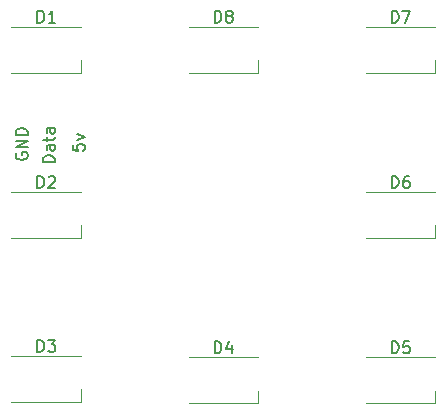
<source format=gbr>
%TF.GenerationSoftware,KiCad,Pcbnew,7.0.9-1.fc39*%
%TF.CreationDate,2023-12-06T14:15:37+00:00*%
%TF.ProjectId,LED PCB V2,4c454420-5043-4422-9056-322e6b696361,rev?*%
%TF.SameCoordinates,Original*%
%TF.FileFunction,Legend,Top*%
%TF.FilePolarity,Positive*%
%FSLAX46Y46*%
G04 Gerber Fmt 4.6, Leading zero omitted, Abs format (unit mm)*
G04 Created by KiCad (PCBNEW 7.0.9-1.fc39) date 2023-12-06 14:15:37*
%MOMM*%
%LPD*%
G01*
G04 APERTURE LIST*
%ADD10C,0.150000*%
%ADD11C,0.120000*%
G04 APERTURE END LIST*
D10*
X100707819Y-54527220D02*
X99707819Y-54527220D01*
X99707819Y-54527220D02*
X99707819Y-54289125D01*
X99707819Y-54289125D02*
X99755438Y-54146268D01*
X99755438Y-54146268D02*
X99850676Y-54051030D01*
X99850676Y-54051030D02*
X99945914Y-54003411D01*
X99945914Y-54003411D02*
X100136390Y-53955792D01*
X100136390Y-53955792D02*
X100279247Y-53955792D01*
X100279247Y-53955792D02*
X100469723Y-54003411D01*
X100469723Y-54003411D02*
X100564961Y-54051030D01*
X100564961Y-54051030D02*
X100660200Y-54146268D01*
X100660200Y-54146268D02*
X100707819Y-54289125D01*
X100707819Y-54289125D02*
X100707819Y-54527220D01*
X100707819Y-53098649D02*
X100184009Y-53098649D01*
X100184009Y-53098649D02*
X100088771Y-53146268D01*
X100088771Y-53146268D02*
X100041152Y-53241506D01*
X100041152Y-53241506D02*
X100041152Y-53431982D01*
X100041152Y-53431982D02*
X100088771Y-53527220D01*
X100660200Y-53098649D02*
X100707819Y-53193887D01*
X100707819Y-53193887D02*
X100707819Y-53431982D01*
X100707819Y-53431982D02*
X100660200Y-53527220D01*
X100660200Y-53527220D02*
X100564961Y-53574839D01*
X100564961Y-53574839D02*
X100469723Y-53574839D01*
X100469723Y-53574839D02*
X100374485Y-53527220D01*
X100374485Y-53527220D02*
X100326866Y-53431982D01*
X100326866Y-53431982D02*
X100326866Y-53193887D01*
X100326866Y-53193887D02*
X100279247Y-53098649D01*
X100041152Y-52765315D02*
X100041152Y-52384363D01*
X99707819Y-52622458D02*
X100564961Y-52622458D01*
X100564961Y-52622458D02*
X100660200Y-52574839D01*
X100660200Y-52574839D02*
X100707819Y-52479601D01*
X100707819Y-52479601D02*
X100707819Y-52384363D01*
X100707819Y-51622458D02*
X100184009Y-51622458D01*
X100184009Y-51622458D02*
X100088771Y-51670077D01*
X100088771Y-51670077D02*
X100041152Y-51765315D01*
X100041152Y-51765315D02*
X100041152Y-51955791D01*
X100041152Y-51955791D02*
X100088771Y-52051029D01*
X100660200Y-51622458D02*
X100707819Y-51717696D01*
X100707819Y-51717696D02*
X100707819Y-51955791D01*
X100707819Y-51955791D02*
X100660200Y-52051029D01*
X100660200Y-52051029D02*
X100564961Y-52098648D01*
X100564961Y-52098648D02*
X100469723Y-52098648D01*
X100469723Y-52098648D02*
X100374485Y-52051029D01*
X100374485Y-52051029D02*
X100326866Y-51955791D01*
X100326866Y-51955791D02*
X100326866Y-51717696D01*
X100326866Y-51717696D02*
X100279247Y-51622458D01*
X102247819Y-53035030D02*
X102247819Y-53511220D01*
X102247819Y-53511220D02*
X102724009Y-53558839D01*
X102724009Y-53558839D02*
X102676390Y-53511220D01*
X102676390Y-53511220D02*
X102628771Y-53415982D01*
X102628771Y-53415982D02*
X102628771Y-53177887D01*
X102628771Y-53177887D02*
X102676390Y-53082649D01*
X102676390Y-53082649D02*
X102724009Y-53035030D01*
X102724009Y-53035030D02*
X102819247Y-52987411D01*
X102819247Y-52987411D02*
X103057342Y-52987411D01*
X103057342Y-52987411D02*
X103152580Y-53035030D01*
X103152580Y-53035030D02*
X103200200Y-53082649D01*
X103200200Y-53082649D02*
X103247819Y-53177887D01*
X103247819Y-53177887D02*
X103247819Y-53415982D01*
X103247819Y-53415982D02*
X103200200Y-53511220D01*
X103200200Y-53511220D02*
X103152580Y-53558839D01*
X102581152Y-52654077D02*
X103247819Y-52415982D01*
X103247819Y-52415982D02*
X102581152Y-52177887D01*
X97469438Y-53749411D02*
X97421819Y-53844649D01*
X97421819Y-53844649D02*
X97421819Y-53987506D01*
X97421819Y-53987506D02*
X97469438Y-54130363D01*
X97469438Y-54130363D02*
X97564676Y-54225601D01*
X97564676Y-54225601D02*
X97659914Y-54273220D01*
X97659914Y-54273220D02*
X97850390Y-54320839D01*
X97850390Y-54320839D02*
X97993247Y-54320839D01*
X97993247Y-54320839D02*
X98183723Y-54273220D01*
X98183723Y-54273220D02*
X98278961Y-54225601D01*
X98278961Y-54225601D02*
X98374200Y-54130363D01*
X98374200Y-54130363D02*
X98421819Y-53987506D01*
X98421819Y-53987506D02*
X98421819Y-53892268D01*
X98421819Y-53892268D02*
X98374200Y-53749411D01*
X98374200Y-53749411D02*
X98326580Y-53701792D01*
X98326580Y-53701792D02*
X97993247Y-53701792D01*
X97993247Y-53701792D02*
X97993247Y-53892268D01*
X98421819Y-53273220D02*
X97421819Y-53273220D01*
X97421819Y-53273220D02*
X98421819Y-52701792D01*
X98421819Y-52701792D02*
X97421819Y-52701792D01*
X98421819Y-52225601D02*
X97421819Y-52225601D01*
X97421819Y-52225601D02*
X97421819Y-51987506D01*
X97421819Y-51987506D02*
X97469438Y-51844649D01*
X97469438Y-51844649D02*
X97564676Y-51749411D01*
X97564676Y-51749411D02*
X97659914Y-51701792D01*
X97659914Y-51701792D02*
X97850390Y-51654173D01*
X97850390Y-51654173D02*
X97993247Y-51654173D01*
X97993247Y-51654173D02*
X98183723Y-51701792D01*
X98183723Y-51701792D02*
X98278961Y-51749411D01*
X98278961Y-51749411D02*
X98374200Y-51844649D01*
X98374200Y-51844649D02*
X98421819Y-51987506D01*
X98421819Y-51987506D02*
X98421819Y-52225601D01*
X99261905Y-42704819D02*
X99261905Y-41704819D01*
X99261905Y-41704819D02*
X99500000Y-41704819D01*
X99500000Y-41704819D02*
X99642857Y-41752438D01*
X99642857Y-41752438D02*
X99738095Y-41847676D01*
X99738095Y-41847676D02*
X99785714Y-41942914D01*
X99785714Y-41942914D02*
X99833333Y-42133390D01*
X99833333Y-42133390D02*
X99833333Y-42276247D01*
X99833333Y-42276247D02*
X99785714Y-42466723D01*
X99785714Y-42466723D02*
X99738095Y-42561961D01*
X99738095Y-42561961D02*
X99642857Y-42657200D01*
X99642857Y-42657200D02*
X99500000Y-42704819D01*
X99500000Y-42704819D02*
X99261905Y-42704819D01*
X100785714Y-42704819D02*
X100214286Y-42704819D01*
X100500000Y-42704819D02*
X100500000Y-41704819D01*
X100500000Y-41704819D02*
X100404762Y-41847676D01*
X100404762Y-41847676D02*
X100309524Y-41942914D01*
X100309524Y-41942914D02*
X100214286Y-41990533D01*
X129261905Y-42704819D02*
X129261905Y-41704819D01*
X129261905Y-41704819D02*
X129500000Y-41704819D01*
X129500000Y-41704819D02*
X129642857Y-41752438D01*
X129642857Y-41752438D02*
X129738095Y-41847676D01*
X129738095Y-41847676D02*
X129785714Y-41942914D01*
X129785714Y-41942914D02*
X129833333Y-42133390D01*
X129833333Y-42133390D02*
X129833333Y-42276247D01*
X129833333Y-42276247D02*
X129785714Y-42466723D01*
X129785714Y-42466723D02*
X129738095Y-42561961D01*
X129738095Y-42561961D02*
X129642857Y-42657200D01*
X129642857Y-42657200D02*
X129500000Y-42704819D01*
X129500000Y-42704819D02*
X129261905Y-42704819D01*
X130166667Y-41704819D02*
X130833333Y-41704819D01*
X130833333Y-41704819D02*
X130404762Y-42704819D01*
X99261905Y-70579819D02*
X99261905Y-69579819D01*
X99261905Y-69579819D02*
X99500000Y-69579819D01*
X99500000Y-69579819D02*
X99642857Y-69627438D01*
X99642857Y-69627438D02*
X99738095Y-69722676D01*
X99738095Y-69722676D02*
X99785714Y-69817914D01*
X99785714Y-69817914D02*
X99833333Y-70008390D01*
X99833333Y-70008390D02*
X99833333Y-70151247D01*
X99833333Y-70151247D02*
X99785714Y-70341723D01*
X99785714Y-70341723D02*
X99738095Y-70436961D01*
X99738095Y-70436961D02*
X99642857Y-70532200D01*
X99642857Y-70532200D02*
X99500000Y-70579819D01*
X99500000Y-70579819D02*
X99261905Y-70579819D01*
X100166667Y-69579819D02*
X100785714Y-69579819D01*
X100785714Y-69579819D02*
X100452381Y-69960771D01*
X100452381Y-69960771D02*
X100595238Y-69960771D01*
X100595238Y-69960771D02*
X100690476Y-70008390D01*
X100690476Y-70008390D02*
X100738095Y-70056009D01*
X100738095Y-70056009D02*
X100785714Y-70151247D01*
X100785714Y-70151247D02*
X100785714Y-70389342D01*
X100785714Y-70389342D02*
X100738095Y-70484580D01*
X100738095Y-70484580D02*
X100690476Y-70532200D01*
X100690476Y-70532200D02*
X100595238Y-70579819D01*
X100595238Y-70579819D02*
X100309524Y-70579819D01*
X100309524Y-70579819D02*
X100214286Y-70532200D01*
X100214286Y-70532200D02*
X100166667Y-70484580D01*
X129261905Y-56704819D02*
X129261905Y-55704819D01*
X129261905Y-55704819D02*
X129500000Y-55704819D01*
X129500000Y-55704819D02*
X129642857Y-55752438D01*
X129642857Y-55752438D02*
X129738095Y-55847676D01*
X129738095Y-55847676D02*
X129785714Y-55942914D01*
X129785714Y-55942914D02*
X129833333Y-56133390D01*
X129833333Y-56133390D02*
X129833333Y-56276247D01*
X129833333Y-56276247D02*
X129785714Y-56466723D01*
X129785714Y-56466723D02*
X129738095Y-56561961D01*
X129738095Y-56561961D02*
X129642857Y-56657200D01*
X129642857Y-56657200D02*
X129500000Y-56704819D01*
X129500000Y-56704819D02*
X129261905Y-56704819D01*
X130690476Y-55704819D02*
X130500000Y-55704819D01*
X130500000Y-55704819D02*
X130404762Y-55752438D01*
X130404762Y-55752438D02*
X130357143Y-55800057D01*
X130357143Y-55800057D02*
X130261905Y-55942914D01*
X130261905Y-55942914D02*
X130214286Y-56133390D01*
X130214286Y-56133390D02*
X130214286Y-56514342D01*
X130214286Y-56514342D02*
X130261905Y-56609580D01*
X130261905Y-56609580D02*
X130309524Y-56657200D01*
X130309524Y-56657200D02*
X130404762Y-56704819D01*
X130404762Y-56704819D02*
X130595238Y-56704819D01*
X130595238Y-56704819D02*
X130690476Y-56657200D01*
X130690476Y-56657200D02*
X130738095Y-56609580D01*
X130738095Y-56609580D02*
X130785714Y-56514342D01*
X130785714Y-56514342D02*
X130785714Y-56276247D01*
X130785714Y-56276247D02*
X130738095Y-56181009D01*
X130738095Y-56181009D02*
X130690476Y-56133390D01*
X130690476Y-56133390D02*
X130595238Y-56085771D01*
X130595238Y-56085771D02*
X130404762Y-56085771D01*
X130404762Y-56085771D02*
X130309524Y-56133390D01*
X130309524Y-56133390D02*
X130261905Y-56181009D01*
X130261905Y-56181009D02*
X130214286Y-56276247D01*
X114261905Y-42704819D02*
X114261905Y-41704819D01*
X114261905Y-41704819D02*
X114500000Y-41704819D01*
X114500000Y-41704819D02*
X114642857Y-41752438D01*
X114642857Y-41752438D02*
X114738095Y-41847676D01*
X114738095Y-41847676D02*
X114785714Y-41942914D01*
X114785714Y-41942914D02*
X114833333Y-42133390D01*
X114833333Y-42133390D02*
X114833333Y-42276247D01*
X114833333Y-42276247D02*
X114785714Y-42466723D01*
X114785714Y-42466723D02*
X114738095Y-42561961D01*
X114738095Y-42561961D02*
X114642857Y-42657200D01*
X114642857Y-42657200D02*
X114500000Y-42704819D01*
X114500000Y-42704819D02*
X114261905Y-42704819D01*
X115404762Y-42133390D02*
X115309524Y-42085771D01*
X115309524Y-42085771D02*
X115261905Y-42038152D01*
X115261905Y-42038152D02*
X115214286Y-41942914D01*
X115214286Y-41942914D02*
X115214286Y-41895295D01*
X115214286Y-41895295D02*
X115261905Y-41800057D01*
X115261905Y-41800057D02*
X115309524Y-41752438D01*
X115309524Y-41752438D02*
X115404762Y-41704819D01*
X115404762Y-41704819D02*
X115595238Y-41704819D01*
X115595238Y-41704819D02*
X115690476Y-41752438D01*
X115690476Y-41752438D02*
X115738095Y-41800057D01*
X115738095Y-41800057D02*
X115785714Y-41895295D01*
X115785714Y-41895295D02*
X115785714Y-41942914D01*
X115785714Y-41942914D02*
X115738095Y-42038152D01*
X115738095Y-42038152D02*
X115690476Y-42085771D01*
X115690476Y-42085771D02*
X115595238Y-42133390D01*
X115595238Y-42133390D02*
X115404762Y-42133390D01*
X115404762Y-42133390D02*
X115309524Y-42181009D01*
X115309524Y-42181009D02*
X115261905Y-42228628D01*
X115261905Y-42228628D02*
X115214286Y-42323866D01*
X115214286Y-42323866D02*
X115214286Y-42514342D01*
X115214286Y-42514342D02*
X115261905Y-42609580D01*
X115261905Y-42609580D02*
X115309524Y-42657200D01*
X115309524Y-42657200D02*
X115404762Y-42704819D01*
X115404762Y-42704819D02*
X115595238Y-42704819D01*
X115595238Y-42704819D02*
X115690476Y-42657200D01*
X115690476Y-42657200D02*
X115738095Y-42609580D01*
X115738095Y-42609580D02*
X115785714Y-42514342D01*
X115785714Y-42514342D02*
X115785714Y-42323866D01*
X115785714Y-42323866D02*
X115738095Y-42228628D01*
X115738095Y-42228628D02*
X115690476Y-42181009D01*
X115690476Y-42181009D02*
X115595238Y-42133390D01*
X129261905Y-70704819D02*
X129261905Y-69704819D01*
X129261905Y-69704819D02*
X129500000Y-69704819D01*
X129500000Y-69704819D02*
X129642857Y-69752438D01*
X129642857Y-69752438D02*
X129738095Y-69847676D01*
X129738095Y-69847676D02*
X129785714Y-69942914D01*
X129785714Y-69942914D02*
X129833333Y-70133390D01*
X129833333Y-70133390D02*
X129833333Y-70276247D01*
X129833333Y-70276247D02*
X129785714Y-70466723D01*
X129785714Y-70466723D02*
X129738095Y-70561961D01*
X129738095Y-70561961D02*
X129642857Y-70657200D01*
X129642857Y-70657200D02*
X129500000Y-70704819D01*
X129500000Y-70704819D02*
X129261905Y-70704819D01*
X130738095Y-69704819D02*
X130261905Y-69704819D01*
X130261905Y-69704819D02*
X130214286Y-70181009D01*
X130214286Y-70181009D02*
X130261905Y-70133390D01*
X130261905Y-70133390D02*
X130357143Y-70085771D01*
X130357143Y-70085771D02*
X130595238Y-70085771D01*
X130595238Y-70085771D02*
X130690476Y-70133390D01*
X130690476Y-70133390D02*
X130738095Y-70181009D01*
X130738095Y-70181009D02*
X130785714Y-70276247D01*
X130785714Y-70276247D02*
X130785714Y-70514342D01*
X130785714Y-70514342D02*
X130738095Y-70609580D01*
X130738095Y-70609580D02*
X130690476Y-70657200D01*
X130690476Y-70657200D02*
X130595238Y-70704819D01*
X130595238Y-70704819D02*
X130357143Y-70704819D01*
X130357143Y-70704819D02*
X130261905Y-70657200D01*
X130261905Y-70657200D02*
X130214286Y-70609580D01*
X114261905Y-70704819D02*
X114261905Y-69704819D01*
X114261905Y-69704819D02*
X114500000Y-69704819D01*
X114500000Y-69704819D02*
X114642857Y-69752438D01*
X114642857Y-69752438D02*
X114738095Y-69847676D01*
X114738095Y-69847676D02*
X114785714Y-69942914D01*
X114785714Y-69942914D02*
X114833333Y-70133390D01*
X114833333Y-70133390D02*
X114833333Y-70276247D01*
X114833333Y-70276247D02*
X114785714Y-70466723D01*
X114785714Y-70466723D02*
X114738095Y-70561961D01*
X114738095Y-70561961D02*
X114642857Y-70657200D01*
X114642857Y-70657200D02*
X114500000Y-70704819D01*
X114500000Y-70704819D02*
X114261905Y-70704819D01*
X115690476Y-70038152D02*
X115690476Y-70704819D01*
X115452381Y-69657200D02*
X115214286Y-70371485D01*
X115214286Y-70371485D02*
X115833333Y-70371485D01*
X99261905Y-56704819D02*
X99261905Y-55704819D01*
X99261905Y-55704819D02*
X99500000Y-55704819D01*
X99500000Y-55704819D02*
X99642857Y-55752438D01*
X99642857Y-55752438D02*
X99738095Y-55847676D01*
X99738095Y-55847676D02*
X99785714Y-55942914D01*
X99785714Y-55942914D02*
X99833333Y-56133390D01*
X99833333Y-56133390D02*
X99833333Y-56276247D01*
X99833333Y-56276247D02*
X99785714Y-56466723D01*
X99785714Y-56466723D02*
X99738095Y-56561961D01*
X99738095Y-56561961D02*
X99642857Y-56657200D01*
X99642857Y-56657200D02*
X99500000Y-56704819D01*
X99500000Y-56704819D02*
X99261905Y-56704819D01*
X100214286Y-55800057D02*
X100261905Y-55752438D01*
X100261905Y-55752438D02*
X100357143Y-55704819D01*
X100357143Y-55704819D02*
X100595238Y-55704819D01*
X100595238Y-55704819D02*
X100690476Y-55752438D01*
X100690476Y-55752438D02*
X100738095Y-55800057D01*
X100738095Y-55800057D02*
X100785714Y-55895295D01*
X100785714Y-55895295D02*
X100785714Y-55990533D01*
X100785714Y-55990533D02*
X100738095Y-56133390D01*
X100738095Y-56133390D02*
X100166667Y-56704819D01*
X100166667Y-56704819D02*
X100785714Y-56704819D01*
D11*
%TO.C,D1*%
X97050000Y-43050000D02*
X102950000Y-43050000D01*
X97050000Y-46950000D02*
X102950000Y-46950000D01*
X102950000Y-46950000D02*
X102950000Y-45875000D01*
%TO.C,D7*%
X127050000Y-43050000D02*
X132950000Y-43050000D01*
X127050000Y-46950000D02*
X132950000Y-46950000D01*
X132950000Y-46950000D02*
X132950000Y-45875000D01*
%TO.C,D3*%
X97050000Y-70925000D02*
X102950000Y-70925000D01*
X97050000Y-74825000D02*
X102950000Y-74825000D01*
X102950000Y-74825000D02*
X102950000Y-73750000D01*
%TO.C,D6*%
X127050000Y-57050000D02*
X132950000Y-57050000D01*
X127050000Y-60950000D02*
X132950000Y-60950000D01*
X132950000Y-60950000D02*
X132950000Y-59875000D01*
%TO.C,D8*%
X112050000Y-43050000D02*
X117950000Y-43050000D01*
X112050000Y-46950000D02*
X117950000Y-46950000D01*
X117950000Y-46950000D02*
X117950000Y-45875000D01*
%TO.C,D5*%
X127050000Y-71050000D02*
X132950000Y-71050000D01*
X127050000Y-74950000D02*
X132950000Y-74950000D01*
X132950000Y-74950000D02*
X132950000Y-73875000D01*
%TO.C,D4*%
X112050000Y-71050000D02*
X117950000Y-71050000D01*
X112050000Y-74950000D02*
X117950000Y-74950000D01*
X117950000Y-74950000D02*
X117950000Y-73875000D01*
%TO.C,D2*%
X102950000Y-60950000D02*
X102950000Y-59875000D01*
X97050000Y-60950000D02*
X102950000Y-60950000D01*
X97050000Y-57050000D02*
X102950000Y-57050000D01*
%TD*%
M02*

</source>
